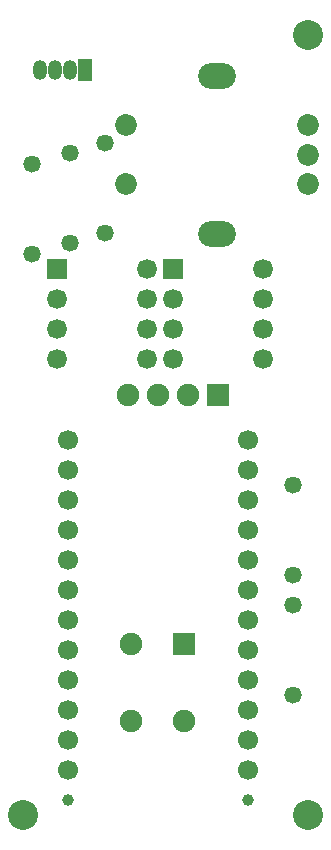
<source format=gbr>
G04 DipTrace 3.3.0.0*
G04 TopMask.gbr*
%MOIN*%
G04 #@! TF.FileFunction,Soldermask,Top*
G04 #@! TF.Part,Single*
%ADD17C,0.066929*%
%ADD27C,0.039*%
%ADD28C,0.1*%
%ADD36C,0.066374*%
%ADD38R,0.066374X0.066374*%
%ADD40R,0.049213X0.074803*%
%ADD42O,0.047244X0.066929*%
%ADD44O,0.125984X0.086614*%
%ADD46C,0.072835*%
%ADD48C,0.057874*%
%ADD50C,0.057874*%
%ADD52C,0.074803*%
%ADD53R,0.074803X0.074803*%
%FSLAX26Y26*%
G04*
G70*
G90*
G75*
G01*
G04 TopMask*
%LPD*%
D17*
X643701Y643701D3*
Y743701D3*
Y843701D3*
Y943701D3*
Y1043701D3*
Y1143701D3*
Y1243701D3*
Y1343701D3*
Y1443701D3*
Y1543701D3*
Y1643701D3*
Y1743701D3*
X1243701Y643701D3*
Y743701D3*
Y843701D3*
Y943701D3*
Y1043701D3*
Y1143701D3*
Y1243701D3*
Y1343701D3*
Y1443701D3*
Y1543701D3*
Y1643701D3*
Y1743701D3*
D27*
X643701Y543701D3*
X1243701D3*
D28*
X1443701Y3093701D3*
X493701Y493701D3*
X1443701D3*
D53*
X1143701Y1893701D3*
D52*
X1043701D3*
X943701D3*
X843701D3*
D50*
X768701Y2731201D3*
D48*
Y2431201D3*
D50*
X649950Y2699951D3*
D48*
Y2399951D3*
D50*
X524950Y2662451D3*
D48*
Y2362451D3*
D50*
X1393701Y893701D3*
D48*
Y1193701D3*
D50*
Y1293701D3*
D48*
Y1593701D3*
D46*
X1443701Y2693701D3*
Y2792126D3*
Y2595276D3*
X837402D3*
Y2792126D3*
D44*
X1140551Y2957480D3*
Y2429921D3*
D42*
X549950Y2974950D3*
X649950D3*
D40*
X699950D3*
D42*
X599950D3*
D38*
X993701Y2312451D3*
D36*
Y2212451D3*
Y2112451D3*
Y2012451D3*
X1293701D3*
Y2112451D3*
Y2212451D3*
Y2312451D3*
D38*
X606201D3*
D36*
Y2212451D3*
Y2112451D3*
Y2012451D3*
X906201D3*
Y2112451D3*
Y2212451D3*
Y2312451D3*
D53*
X1031201Y1062451D3*
D52*
X854035D3*
Y806546D3*
X1031201D3*
M02*

</source>
